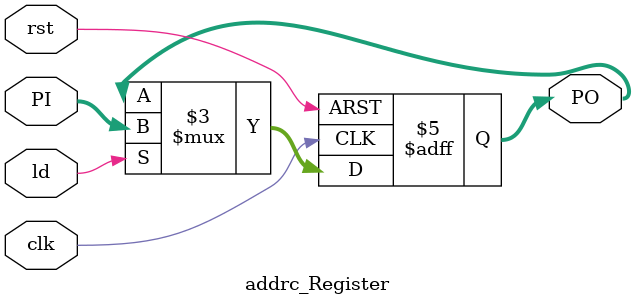
<source format=v>
`timescale 1ns/1ns
module addrc_Register (clk,rst,ld, PI, PO);
    input clk, rst, ld;
    input[24:0]PI;
    output reg[24:0]PO;

	always @(posedge clk , posedge rst) begin
		if(rst)
			PO <= 24'd0;
		else begin
			if(ld==1'b1) PO<=PI;
		end
	end
endmodule
</source>
